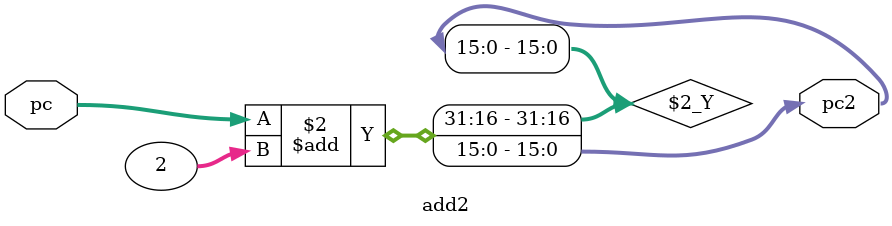
<source format=v>
module add2(pc,pc2);
	input[15:0] pc;

	output reg [15:0] pc2;
	
	always@(*) 
	begin
		pc2 = pc + 2;
	end
endmodule

</source>
